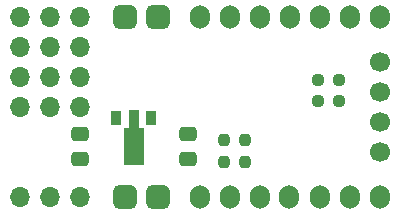
<source format=gts>
G04 #@! TF.GenerationSoftware,KiCad,Pcbnew,6.0.11*
G04 #@! TF.CreationDate,2025-02-19T14:47:37+01:00*
G04 #@! TF.ProjectId,JetiMiniVarioPCB,4a657469-4d69-46e6-9956-6172696f5043,rev?*
G04 #@! TF.SameCoordinates,Original*
G04 #@! TF.FileFunction,Soldermask,Top*
G04 #@! TF.FilePolarity,Negative*
%FSLAX46Y46*%
G04 Gerber Fmt 4.6, Leading zero omitted, Abs format (unit mm)*
G04 Created by KiCad (PCBNEW 6.0.11) date 2025-02-19 14:47:37*
%MOMM*%
%LPD*%
G01*
G04 APERTURE LIST*
G04 Aperture macros list*
%AMRoundRect*
0 Rectangle with rounded corners*
0 $1 Rounding radius*
0 $2 $3 $4 $5 $6 $7 $8 $9 X,Y pos of 4 corners*
0 Add a 4 corners polygon primitive as box body*
4,1,4,$2,$3,$4,$5,$6,$7,$8,$9,$2,$3,0*
0 Add four circle primitives for the rounded corners*
1,1,$1+$1,$2,$3*
1,1,$1+$1,$4,$5*
1,1,$1+$1,$6,$7*
1,1,$1+$1,$8,$9*
0 Add four rect primitives between the rounded corners*
20,1,$1+$1,$2,$3,$4,$5,0*
20,1,$1+$1,$4,$5,$6,$7,0*
20,1,$1+$1,$6,$7,$8,$9,0*
20,1,$1+$1,$8,$9,$2,$3,0*%
%AMFreePoly0*
4,1,9,3.862500,-0.866500,0.737500,-0.866500,0.737500,-0.450000,-0.737500,-0.450000,-0.737500,0.450000,0.737500,0.450000,0.737500,0.866500,3.862500,0.866500,3.862500,-0.866500,3.862500,-0.866500,$1*%
G04 Aperture macros list end*
%ADD10RoundRect,0.237500X-0.250000X-0.237500X0.250000X-0.237500X0.250000X0.237500X-0.250000X0.237500X0*%
%ADD11C,1.700000*%
%ADD12RoundRect,0.500000X0.500000X-0.500000X0.500000X0.500000X-0.500000X0.500000X-0.500000X-0.500000X0*%
%ADD13O,1.700000X1.700000*%
%ADD14RoundRect,0.237500X0.237500X-0.250000X0.237500X0.250000X-0.237500X0.250000X-0.237500X-0.250000X0*%
%ADD15R,0.900000X1.300000*%
%ADD16FreePoly0,270.000000*%
%ADD17O,1.700000X1.998980*%
%ADD18RoundRect,0.250000X-0.475000X0.337500X-0.475000X-0.337500X0.475000X-0.337500X0.475000X0.337500X0*%
G04 APERTURE END LIST*
D10*
X109069500Y-75692000D03*
X110894500Y-75692000D03*
D11*
X114300000Y-77470000D03*
D12*
X92710000Y-68580000D03*
D11*
X114300000Y-72390000D03*
D13*
X88900000Y-73660000D03*
X86360000Y-73660000D03*
X83820000Y-73660000D03*
D14*
X102870000Y-80819000D03*
X102870000Y-78994000D03*
D15*
X94972000Y-77090000D03*
D16*
X93472000Y-77177500D03*
D15*
X91972000Y-77090000D03*
D12*
X95504000Y-68580000D03*
D13*
X88900000Y-83820000D03*
X86360000Y-83820000D03*
X83820000Y-83820000D03*
D17*
X114300000Y-68580000D03*
X111760000Y-68580000D03*
X109220000Y-68580000D03*
X106680000Y-68580000D03*
X104140000Y-68580000D03*
X101600000Y-68580000D03*
X99060000Y-68580000D03*
X99060000Y-83820000D03*
X101600000Y-83820000D03*
X104140000Y-83820000D03*
X106659680Y-83820000D03*
X109220000Y-83820000D03*
X111760000Y-83820000D03*
X114300000Y-83820000D03*
D18*
X88900000Y-78486000D03*
X88900000Y-80561000D03*
D12*
X92710000Y-83820000D03*
X95504000Y-83820000D03*
D18*
X98044000Y-78486000D03*
X98044000Y-80561000D03*
D14*
X101092000Y-80819000D03*
X101092000Y-78994000D03*
D11*
X114300000Y-80010000D03*
D10*
X109069500Y-73914000D03*
X110894500Y-73914000D03*
D13*
X88900000Y-76200000D03*
X86360000Y-76200000D03*
X83820000Y-76200000D03*
X88900000Y-68580000D03*
X86360000Y-68580000D03*
X83820000Y-68580000D03*
D11*
X114300000Y-74930000D03*
D13*
X88900000Y-71120000D03*
X86360000Y-71120000D03*
X83820000Y-71120000D03*
M02*

</source>
